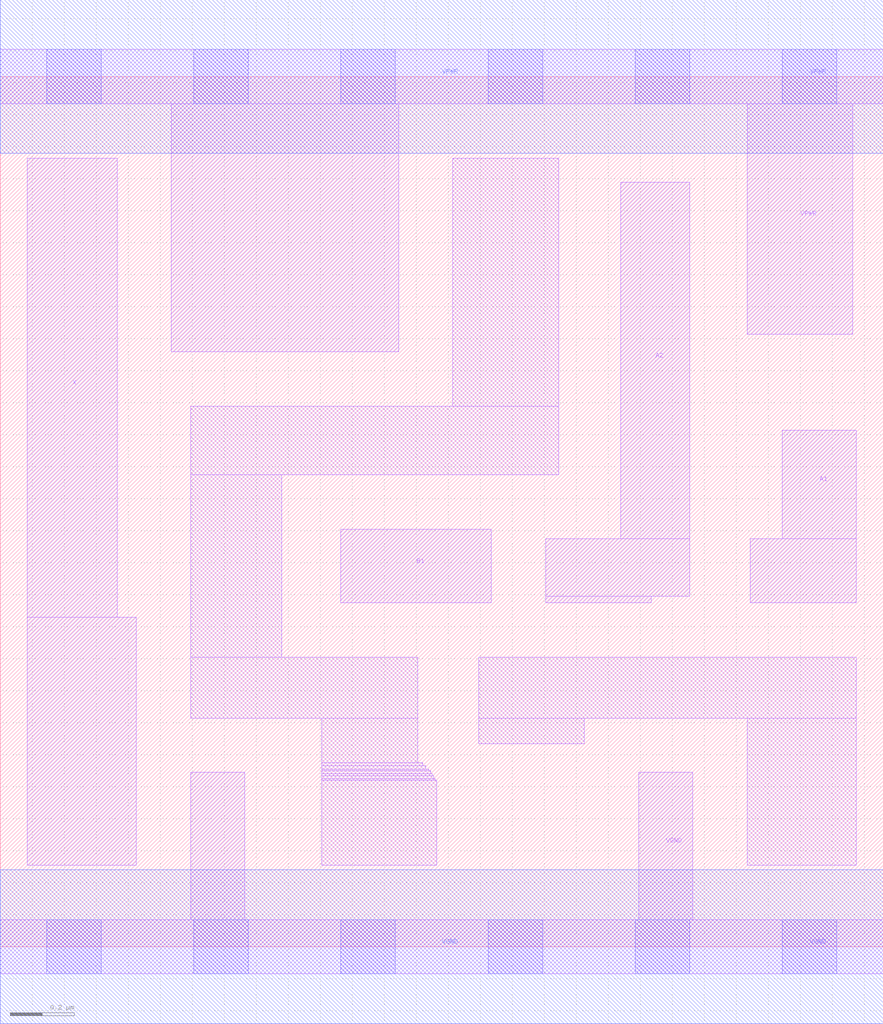
<source format=lef>
# Copyright 2020 The SkyWater PDK Authors
#
# Licensed under the Apache License, Version 2.0 (the "License");
# you may not use this file except in compliance with the License.
# You may obtain a copy of the License at
#
#     https://www.apache.org/licenses/LICENSE-2.0
#
# Unless required by applicable law or agreed to in writing, software
# distributed under the License is distributed on an "AS IS" BASIS,
# WITHOUT WARRANTIES OR CONDITIONS OF ANY KIND, either express or implied.
# See the License for the specific language governing permissions and
# limitations under the License.
#
# SPDX-License-Identifier: Apache-2.0

VERSION 5.7 ;
  NAMESCASESENSITIVE ON ;
  NOWIREEXTENSIONATPIN ON ;
  DIVIDERCHAR "/" ;
  BUSBITCHARS "[]" ;
UNITS
  DATABASE MICRONS 200 ;
END UNITS
MACRO sky130_fd_sc_hd__o21a_1
  CLASS CORE ;
  SOURCE USER ;
  FOREIGN sky130_fd_sc_hd__o21a_1 ;
  ORIGIN  0.000000  0.000000 ;
  SIZE  2.760000 BY  2.720000 ;
  SYMMETRY X Y R90 ;
  SITE unithd ;
  PIN A1
    ANTENNAGATEAREA  0.247500 ;
    DIRECTION INPUT ;
    USE SIGNAL ;
    PORT
      LAYER li1 ;
        RECT 2.345000 1.075000 2.675000 1.275000 ;
        RECT 2.445000 1.275000 2.675000 1.615000 ;
    END
  END A1
  PIN A2
    ANTENNAGATEAREA  0.247500 ;
    DIRECTION INPUT ;
    USE SIGNAL ;
    PORT
      LAYER li1 ;
        RECT 1.705000 1.075000 2.035000 1.095000 ;
        RECT 1.705000 1.095000 2.155000 1.275000 ;
        RECT 1.940000 1.275000 2.155000 2.390000 ;
    END
  END A2
  PIN B1
    ANTENNAGATEAREA  0.247500 ;
    DIRECTION INPUT ;
    USE SIGNAL ;
    PORT
      LAYER li1 ;
        RECT 1.065000 1.075000 1.535000 1.305000 ;
    END
  END B1
  PIN X
    ANTENNADIFFAREA  0.449000 ;
    DIRECTION OUTPUT ;
    USE SIGNAL ;
    PORT
      LAYER li1 ;
        RECT 0.085000 0.255000 0.425000 1.030000 ;
        RECT 0.085000 1.030000 0.365000 2.465000 ;
    END
  END X
  PIN VGND
    DIRECTION INOUT ;
    SHAPE ABUTMENT ;
    USE GROUND ;
    PORT
      LAYER li1 ;
        RECT 0.000000 -0.085000 2.760000 0.085000 ;
        RECT 0.595000  0.085000 0.765000 0.545000 ;
        RECT 1.995000  0.085000 2.165000 0.545000 ;
      LAYER mcon ;
        RECT 0.145000 -0.085000 0.315000 0.085000 ;
        RECT 0.605000 -0.085000 0.775000 0.085000 ;
        RECT 1.065000 -0.085000 1.235000 0.085000 ;
        RECT 1.525000 -0.085000 1.695000 0.085000 ;
        RECT 1.985000 -0.085000 2.155000 0.085000 ;
        RECT 2.445000 -0.085000 2.615000 0.085000 ;
      LAYER met1 ;
        RECT 0.000000 -0.240000 2.760000 0.240000 ;
    END
  END VGND
  PIN VPWR
    DIRECTION INOUT ;
    SHAPE ABUTMENT ;
    USE POWER ;
    PORT
      LAYER li1 ;
        RECT 0.000000 2.635000 2.760000 2.805000 ;
        RECT 0.535000 1.860000 1.245000 2.635000 ;
        RECT 2.335000 1.915000 2.665000 2.635000 ;
      LAYER mcon ;
        RECT 0.145000 2.635000 0.315000 2.805000 ;
        RECT 0.605000 2.635000 0.775000 2.805000 ;
        RECT 1.065000 2.635000 1.235000 2.805000 ;
        RECT 1.525000 2.635000 1.695000 2.805000 ;
        RECT 1.985000 2.635000 2.155000 2.805000 ;
        RECT 2.445000 2.635000 2.615000 2.805000 ;
      LAYER met1 ;
        RECT 0.000000 2.480000 2.760000 2.960000 ;
    END
  END VPWR
  OBS
    LAYER li1 ;
      RECT 0.595000 0.715000 1.305000 0.905000 ;
      RECT 0.595000 0.905000 0.880000 1.475000 ;
      RECT 0.595000 1.475000 1.745000 1.690000 ;
      RECT 1.005000 0.255000 1.365000 0.520000 ;
      RECT 1.005000 0.520000 1.360000 0.525000 ;
      RECT 1.005000 0.525000 1.355000 0.535000 ;
      RECT 1.005000 0.535000 1.350000 0.540000 ;
      RECT 1.005000 0.540000 1.345000 0.550000 ;
      RECT 1.005000 0.550000 1.340000 0.555000 ;
      RECT 1.005000 0.555000 1.330000 0.565000 ;
      RECT 1.005000 0.565000 1.320000 0.575000 ;
      RECT 1.005000 0.575000 1.305000 0.715000 ;
      RECT 1.415000 1.690000 1.745000 2.465000 ;
      RECT 1.495000 0.635000 1.825000 0.715000 ;
      RECT 1.495000 0.715000 2.675000 0.905000 ;
      RECT 2.335000 0.255000 2.675000 0.715000 ;
  END
END sky130_fd_sc_hd__o21a_1

</source>
